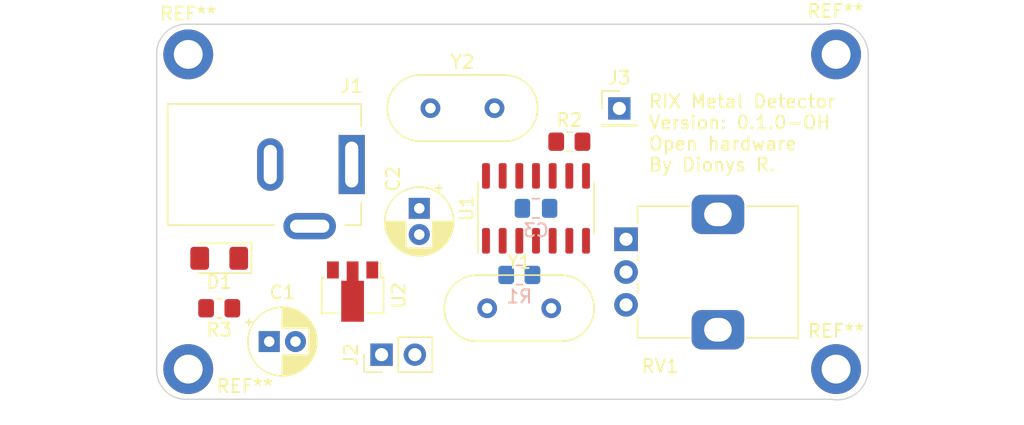
<source format=kicad_pcb>
(kicad_pcb (version 20211014) (generator pcbnew)
  (layers (0 "F.Cu" signal) (31 "B.Cu" signal) (34 "B.Paste" user) (35 "F.Paste" user) (36 "B.SilkS" user "B.Silkscreen") (37 "F.SilkS" user "F.Silkscreen") (38 "B.Mask" user) (39 "F.Mask" user) (44 "Edge.Cuts" user))
  (net 0 "")
  (net 1 "Net-(C1-Pad1)")
  (net 2 "GND")
  (net 3 "Net-(C2-Pad1)")
  (net 5 "Net-(D1-Pad2)")
  (net 6 "Net-(J2-Pad1)")
  (net 7 "Net-(R2-Pad1)")
  (net 8 "Net-(R1-Pad1)")
  (net 9 "Net-(R1-Pad2)")
  (net 10 "Net-(J2-Pad2)")
  (net 11 "Net-(J3-Pad1)")
  (net 12 "Net-(RV1-Pad1)")
  (net 13 "Net-(R2-Pad2)")
  (net 14 "IF")
  (net 15 "Net-(U1-Pad12)")
  (footprint "Resistor_SMD:R_0805_2012Metric_Pad1.20x1.40mm_HandSolder" (layer "F.Cu") (at 113.03 73.66)
    (fp_text reference "R2" (at 0 -1.65) (layer "F.SilkS"))
    (fp_text value "1K")
    (fp_line (start -0.227064 0.735) (end 0.227064 0.735) (layer "F.SilkS") (width 0.12))
    (fp_line (start -0.227064 -0.735) (end 0.227064 -0.735) (layer "F.SilkS") (width 0.12))
    (pad "1" smd roundrect (at -1 0) (size 1.2 1.4) (layers "F.Cu" "F.Paste" "F.Mask") (roundrect_rratio 0.208333) (net 7 "Net-(R2-Pad1)"))
    (pad "2" smd roundrect (at 1 0) (size 1.2 1.4) (layers "F.Cu" "F.Paste" "F.Mask") (roundrect_rratio 0.208333) (net 13 "Net-(R2-Pad2)"))
  )
  (footprint "Diode_SMD:D_1206_3216Metric_Pad1.42x1.75mm_HandSolder" (layer "F.Cu") (at 86.36 82.55 180)
    (fp_text reference "D1" (at 0 -1.82) (layer "F.SilkS"))
    (fp_text value "LED")
    (fp_line (start 1.6 -1.135) (end -2.46 -1.135) (layer "F.SilkS") (width 0.12))
    (fp_line (start -2.46 -1.135) (end -2.46 1.135) (layer "F.SilkS") (width 0.12))
    (fp_line (start -2.46 1.135) (end 1.6 1.135) (layer "F.SilkS") (width 0.12))
    (pad "1" smd roundrect (at -1.4875 0 180) (size 1.425 1.75) (layers "F.Cu" "F.Paste" "F.Mask") (roundrect_rratio 0.175439) (net 3 "Net-(C2-Pad1)"))
    (pad "2" smd roundrect (at 1.4875 0 180) (size 1.425 1.75) (layers "F.Cu" "F.Paste" "F.Mask") (roundrect_rratio 0.175439) (net 5 "Net-(D1-Pad2)"))
  )
  (footprint "Capacitor_THT:CP_Radial_D5.0mm_P2.00mm" (layer "F.Cu") (at 90.17 88.9)
    (fp_text reference "C1" (at 1 -3.75) (layer "F.SilkS"))
    (fp_text value "50v 10uF")
    (fp_line (start 2.881 -1.785) (end 2.881 -1.04) (layer "F.SilkS") (width 0.12))
    (fp_line (start -1.554775 -1.725) (end -1.554775 -1.225) (layer "F.SilkS") (width 0.12))
    (fp_line (start 2.281 1.04) (end 2.281 2.247) (layer "F.SilkS") (width 0.12))
    (fp_line (start 1.6 -2.511) (end 1.6 -1.04) (layer "F.SilkS") (width 0.12))
    (fp_line (start 2.481 -2.122) (end 2.481 -1.04) (layer "F.SilkS") (width 0.12))
    (fp_line (start 2.881 1.04) (end 2.881 1.785) (layer "F.SilkS") (width 0.12))
    (fp_line (start 3.041 -1.605) (end 3.041 1.605) (layer "F.SilkS") (width 0.12))
    (fp_line (start 2.321 -2.224) (end 2.321 -1.04) (layer "F.SilkS") (width 0.12))
    (fp_line (start 1.921 1.04) (end 1.921 2.414) (layer "F.SilkS") (width 0.12))
    (fp_line (start 1.841 -2.442) (end 1.841 -1.04) (layer "F.SilkS") (width 0.12))
    (fp_line (start 2.521 1.04) (end 2.521 2.095) (layer "F.SilkS") (width 0.12))
    (fp_line (start 3.001 -1.653) (end 3.001 -1.04) (layer "F.SilkS") (width 0.12))
    (fp_line (start 1.721 1.04) (end 1.721 2.48) (layer "F.SilkS") (width 0.12))
    (fp_line (start 1.44 -2.543) (end 1.44 -1.04) (layer "F.SilkS") (width 0.12))
    (fp_line (start 2.721 1.04) (end 2.721 1.937) (layer "F.SilkS") (width 0.12))
    (fp_line (start 1.4 1.04) (end 1.4 2.55) (layer "F.SilkS") (width 0.12))
    (fp_line (start 2.721 -1.937) (end 2.721 -1.04) (layer "F.SilkS") (width 0.12))
    (fp_line (start 1.24 -2.569) (end 1.24 -1.04) (layer "F.SilkS") (width 0.12))
    (fp_line (start 2.521 -2.095) (end 2.521 -1.04) (layer "F.SilkS") (width 0.12))
    (fp_line (start 3.481 -0.805) (end 3.481 0.805) (layer "F.SilkS") (width 0.12))
    (fp_line (start 2.001 1.04) (end 2.001 2.382) (layer "F.SilkS") (width 0.12))
    (fp_line (start 2.441 1.04) (end 2.441 2.149) (layer "F.SilkS") (width 0.12))
    (fp_line (start 2.441 -2.149) (end 2.441 -1.04) (layer "F.SilkS") (width 0.12))
    (fp_line (start 2.961 -1.699) (end 2.961 -1.04) (layer "F.SilkS") (width 0.12))
    (fp_line (start 2.801 -1.864) (end 2.801 -1.04) (layer "F.SilkS") (width 0.12))
    (fp_line (start 1.961 -2.398) (end 1.961 -1.04) (layer "F.SilkS") (width 0.12))
    (fp_line (start 2.641 1.04) (end 2.641 2.004) (layer "F.SilkS") (width 0.12))
    (fp_line (start 1.16 1.04) (end 1.16 2.576) (layer "F.SilkS") (width 0.12))
    (fp_line (start 3.521 -0.677) (end 3.521 0.677) (layer "F.SilkS") (width 0.12))
    (fp_line (start 2.961 1.04) (end 2.961 1.699) (layer "F.SilkS") (width 0.12))
    (fp_line (start 2.841 1.04) (end 2.841 1.826) (layer "F.SilkS") (width 0.12))
    (fp_line (start 2.121 1.04) (end 2.121 2.329) (layer "F.SilkS") (width 0.12))
    (fp_line (start 3.401 -1.011) (end 3.401 1.011) (layer "F.SilkS") (width 0.12))
    (fp_line (start 1.801 1.04) (end 1.801 2.455) (layer "F.SilkS") (width 0.12))
    (fp_line (start 1.12 -2.578) (end 1.12 -1.04) (layer "F.SilkS") (width 0.12))
    (fp_line (start 1.52 1.04) (end 1.52 2.528) (layer "F.SilkS") (width 0.12))
    (fp_line (start 3.001 1.04) (end 3.001 1.653) (layer "F.SilkS") (width 0.12))
    (fp_line (start 3.321 -1.178) (end 3.321 1.178) (layer "F.SilkS") (width 0.12))
    (fp_line (start 1.721 -2.48) (end 1.721 -1.04) (layer "F.SilkS") (width 0.12))
    (fp_line (start 1.48 -2.536) (end 1.48 -1.04) (layer "F.SilkS") (width 0.12))
    (fp_line (start 2.481 1.04) (end 2.481 2.122) (layer "F.SilkS") (width 0.12))
    (fp_line (start 3.201 -1.383) (end 3.201 1.383) (layer "F.SilkS") (width 0.12))
    (fp_line (start 2.361 -2.2) (end 2.361 -1.04) (layer "F.SilkS") (width 0.12))
    (fp_line (start 1.04 -2.58) (end 1.04 -1.04) (layer "F.SilkS") (width 0.12))
    (fp_line (start 1.68 1.04) (end 1.68 2.491) (layer "F.SilkS") (width 0.12))
    (fp_line (start 3.161 -1.443) (end 3.161 1.443) (layer "F.SilkS") (width 0.12))
    (fp_line (start 1.36 1.04) (end 1.36 2.556) (layer "F.SilkS") (width 0.12))
    (fp_line (start 1.12 1.04) (end 1.12 2.578) (layer "F.SilkS") (width 0.12))
    (fp_line (start 2.601 -2.035) (end 2.601 -1.04) (layer "F.SilkS") (width 0.12))
    (fp_line (start 2.041 -2.365) (end 2.041 -1.04) (layer "F.SilkS") (width 0.12))
    (fp_line (start 2.121 -2.329) (end 2.121 -1.04) (layer "F.SilkS") (width 0.12))
    (fp_line (start 2.401 1.04) (end 2.401 2.175) (layer "F.SilkS") (width 0.12))
    (fp_line (start 1.2 -2.573) (end 1.2 -1.04) (layer "F.SilkS") (width 0.12))
    (fp_line (start 2.841 -1.826) (end 2.841 -1.04) (layer "F.SilkS") (width 0.12))
    (fp_line (start 1.761 1.04) (end 1.761 2.468) (layer "F.SilkS") (width 0.12))
    (fp_line (start 2.601 1.04) (end 2.601 2.035) (layer "F.SilkS") (width 0.12))
    (fp_line (start 3.601 -0.284) (end 3.601 0.284) (layer "F.SilkS") (width 0.12))
    (fp_line (start 1.68 -2.491) (end 1.68 -1.04) (layer "F.SilkS") (width 0.12))
    (fp_line (start 1.08 1.04) (end 1.08 2.579) (layer "F.SilkS") (width 0.12))
    (fp_line (start 1.881 1.04) (end 1.881 2.428) (layer "F.SilkS") (width 0.12))
    (fp_line (start 3.081 -1.554) (end 3.081 1.554) (layer "F.SilkS") (width 0.12))
    (fp_line (start 1.4 -2.55) (end 1.4 -1.04) (layer "F.SilkS") (width 0.12))
    (fp_line (start 1.32 1.04) (end 1.32 2.561) (layer "F.SilkS") (width 0.12))
    (fp_line (start 1.801 -2.455) (end 1.801 -1.04) (layer "F.SilkS") (width 0.12))
    (fp_line (start 2.921 1.04) (end 2.921 1.743) (layer "F.SilkS") (width 0.12))
    (fp_line (start 1.56 -2.52) (end 1.56 -1.04) (layer "F.SilkS") (width 0.12))
    (fp_line (start 1.64 1.04) (end 1.64 2.501) (layer "F.SilkS") (width 0.12))
    (fp_line (start 2.641 -2.004) (end 2.641 -1.04) (layer "F.SilkS") (width 0.12))
    (fp_line (start 3.121 -1.5) (end 3.121 1.5) (layer "F.SilkS") (width 0.12))
    (fp_line (start 1.16 -2.576) (end 1.16 -1.04) (layer "F.SilkS") (width 0.12))
    (fp_line (start 2.041 1.04) (end 2.041 2.365) (layer "F.SilkS") (width 0.12))
    (fp_line (start 2.201 -2.29) (end 2.201 -1.04) (layer "F.SilkS") (width 0.12))
    (fp_line (start 1.56 1.04) (end 1.56 2.52) (layer "F.SilkS") (width 0.12))
    (fp_line (start 2.281 -2.247) (end 2.281 -1.04) (layer "F.SilkS") (width 0.12))
    (fp_line (start 1.28 -2.565) (end 1.28 -1.04) (layer "F.SilkS") (width 0.12))
    (fp_line (start 1.961 1.04) (end 1.961 2.398) (layer "F.SilkS") (width 0.12))
    (fp_line (start 1.48 1.04) (end 1.48 2.536) (layer "F.SilkS") (width 0.12))
    (fp_line (start 2.241 1.04) (end 2.241 2.268) (layer "F.SilkS") (width 0.12))
    (fp_line (start 2.361 1.04) (end 2.361 2.2) (layer "F.SilkS") (width 0.12))
    (fp_line (start 1.921 -2.414) (end 1.921 -1.04) (layer "F.SilkS") (width 0.12))
    (fp_line (start 1 -2.58) (end 1 -1.04) (layer "F.SilkS") (width 0.12))
    (fp_line (start 3.561 -0.518) (end 3.561 0.518) (layer "F.SilkS") (width 0.12))
    (fp_line (start 3.241 -1.319) (end 3.241 1.319) (layer "F.SilkS") (width 0.12))
    (fp_line (start 2.161 1.04) (end 2.161 2.31) (layer "F.SilkS") (width 0.12))
    (fp_line (start 2.161 -2.31) (end 2.161 -1.04) (layer "F.SilkS") (width 0.12))
    (fp_line (start 1.32 -2.561) (end 1.32 -1.04) (layer "F.SilkS") (width 0.12))
    (fp_line (start 2.561 1.04) (end 2.561 2.065) (layer "F.SilkS") (width 0.12))
    (fp_line (start 2.401 -2.175) (end 2.401 -1.04) (layer "F.SilkS") (width 0.12))
    (fp_line (start 3.361 -1.098) (end 3.361 1.098) (layer "F.SilkS") (width 0.12))
    (fp_line (start 2.241 -2.268) (end 2.241 -1.04) (layer "F.SilkS") (width 0.12))
    (fp_line (start 2.081 1.04) (end 2.081 2.348) (layer "F.SilkS") (width 0.12))
    (fp_line (start 2.801 1.04) (end 2.801 1.864) (layer "F.SilkS") (width 0.12))
    (fp_line (start 2.921 -1.743) (end 2.921 -1.04) (layer "F.SilkS") (width 0.12))
    (fp_line (start 2.201 1.04) (end 2.201 2.29) (layer "F.SilkS") (width 0.12))
    (fp_line (start 3.441 -0.915) (end 3.441 0.915) (layer "F.SilkS") (width 0.12))
    (fp_line (start 2.321 1.04) (end 2.321 2.224) (layer "F.SilkS") (width 0.12))
    (fp_line (start 1.6 1.04) (end 1.6 2.511) (layer "F.SilkS") (width 0.12))
    (fp_line (start 1.28 1.04) (end 1.28 2.565) (layer "F.SilkS") (width 0.12))
    (fp_line (start 3.281 -1.251) (end 3.281 1.251) (layer "F.SilkS") (width 0.12))
    (fp_line (start 2.561 -2.065) (end 2.561 -1.04) (layer "F.SilkS") (width 0.12))
    (fp_line (start 1.44 1.04) (end 1.44 2.543) (layer "F.SilkS") (width 0.12))
    (fp_line (start 2.681 1.04) (end 2.681 1.971) (layer "F.SilkS") (width 0.12))
    (fp_line (start 1.841 1.04) (end 1.841 2.442) (layer "F.SilkS") (width 0.12))
    (fp_line (start 1.52 -2.528) (end 1.52 -1.04) (layer "F.SilkS") (width 0.12))
    (fp_line (start 1.24 1.04) (end 1.24 2.569) (layer "F.SilkS") (width 0.12))
    (fp_line (start 1.761 -2.468) (end 1.761 -1.04) (layer "F.SilkS") (width 0.12))
    (fp_line (start 1.2 1.04) (end 1.2 2.573) (layer "F.SilkS") (width 0.12))
    (fp_line (start 2.761 1.04) (end 2.761 1.901) (layer "F.SilkS") (width 0.12))
    (fp_line (start -1.804775 -1.475) (end -1.304775 -1.475) (layer "F.SilkS") (width 0.12))
    (fp_line (start 2.761 -1.901) (end 2.761 -1.04) (layer "F.SilkS") (width 0.12))
    (fp_line (start 1 1.04) (end 1 2.58) (layer "F.SilkS") (width 0.12))
    (fp_line (start 1.36 -2.556) (end 1.36 -1.04) (layer "F.SilkS") (width 0.12))
    (fp_line (start 1.881 -2.428) (end 1.881 -1.04) (layer "F.SilkS") (width 0.12))
    (fp_line (start 1.64 -2.501) (end 1.64 -1.04) (layer "F.SilkS") (width 0.12))
    (fp_line (start 2.081 -2.348) (end 2.081 -1.04) (layer "F.SilkS") (width 0.12))
    (fp_line (start 1.08 -2.579) (end 1.08 -1.04) (layer "F.SilkS") (width 0.12))
    (fp_line (start 2.681 -1.971) (end 2.681 -1.04) (layer "F.SilkS") (width 0.12))
    (fp_line (start 2.001 -2.382) (end 2.001 -1.04) (layer "F.SilkS") (width 0.12))
    (fp_line (start 1.04 1.04) (end 1.04 2.58) (layer "F.SilkS") (width 0.12))
    (fp_circle (center 1 0) (end 3.62 0) (layer "F.SilkS") (width 0.12) (fill none))
    (pad "1" thru_hole rect (at 0 0) (size 1.6 1.6) (drill 0.8) (layers *.Cu *.Mask) (net 1 "Net-(C1-Pad1)"))
    (pad "2" thru_hole circle (at 2 0) (size 1.6 1.6) (drill 0.8) (layers *.Cu *.Mask) (net 2 "GND"))
  )
  (footprint "MountingHole:MountingHole_2.2mm_M2_DIN965_Pad" (layer "F.Cu") (at 133.35 91)
    (fp_text reference "REF**" (at 0 -2.9) (layer "F.SilkS"))
    (fp_text value "MountingHole_2.2mm_M2_DIN965_Pad")
    (pad "1" thru_hole circle (at 0 0) (size 3.8 3.8) (drill 2.2) (layers F&B.Cu *.Mask))
  )
  (footprint "Potentiometer_THT:Potentiometer_Alps_RK09K_Single_Vertical" (layer "F.Cu") (at 117.35 81.1)
    (fp_text reference "RV1" (at 2.59 9.68) (layer "F.SilkS"))
    (fp_text value "10K")
    (fp_line (start 0.88 -2.521) (end 0.88 -1.2) (layer "F.SilkS") (width 0.12))
    (fp_line (start 0.88 7.52) (end 4.817 7.52) (layer "F.SilkS") (width 0.12))
    (fp_line (start 13.12 -2.521) (end 13.12 7.52) (layer "F.SilkS") (width 0.12))
    (fp_line (start 0.88 -2.521) (end 4.817 -2.521) (layer "F.SilkS") (width 0.12))
    (fp_line (start 0.88 5.87) (end 0.88 7.52) (layer "F.SilkS") (width 0.12))
    (fp_line (start 0.88 3.371) (end 0.88 4.13) (layer "F.SilkS") (width 0.12))
    (fp_line (start 9.184 -2.521) (end 13.12 -2.521) (layer "F.SilkS") (width 0.12))
    (fp_line (start 0.88 1.25) (end 0.88 1.63) (layer "F.SilkS") (width 0.12))
    (fp_line (start 9.184 7.52) (end 13.12 7.52) (layer "F.SilkS") (width 0.12))
    (pad "1" thru_hole rect (at 0 0) (size 1.8 1.8) (drill 1) (layers *.Cu *.Mask) (net 12 "Net-(RV1-Pad1)"))
    (pad "2" thru_hole circle (at 0 2.5) (size 1.8 1.8) (drill 1) (layers *.Cu *.Mask) (net 9 "Net-(R1-Pad2)"))
    (pad "3" thru_hole circle (at 0 5) (size 1.8 1.8) (drill 1) (layers *.Cu *.Mask) (net 9 "Net-(R1-Pad2)"))
    (pad "MP" thru_hole roundrect (at 7 6.9) (size 4 3) (drill oval 2.1 1.8) (layers *.Cu *.Mask))
    (pad "MP" thru_hole roundrect (at 7 -1.9) (size 4 3) (drill oval 2.1 1.8) (layers *.Cu *.Mask))
  )
  (footprint "Package_SO:SOIC-14_3.9x8.7mm_P1.27mm" (layer "F.Cu") (at 110.49 78.74 90)
    (fp_text reference "U1" (at 0 -5.28 90) (layer "F.SilkS"))
    (fp_text value "74LS04")
    (fp_line (start 0 4.435) (end -1.95 4.435) (layer "F.SilkS") (width 0.12))
    (fp_line (start 0 4.435) (end 1.95 4.435) (layer "F.SilkS") (width 0.12))
    (fp_line (start 0 -4.435) (end -3.45 -4.435) (layer "F.SilkS") (width 0.12))
    (fp_line (start 0 -4.435) (end 1.95 -4.435) (layer "F.SilkS") (width 0.12))
    (pad "1" smd roundrect (at -2.475 -3.81 90) (size 1.95 0.6) (layers "F.Cu" "F.Paste" "F.Mask") (net 8 "Net-(R1-Pad1)"))
    (pad "2" smd roundrect (at -2.475 -2.54 90) (size 1.95 0.6) (layers "F.Cu" "F.Paste" "F.Mask") (net 6 "Net-(J2-Pad1)"))
    (pad "3" smd roundrect (at -2.475 -1.27 90) (size 1.95 0.6) (layers "F.Cu" "F.Paste" "F.Mask") (net 10 "Net-(J2-Pad2)"))
    (pad "4" smd roundrect (at -2.475 0 90) (size 1.95 0.6) (layers "F.Cu" "F.Paste" "F.Mask") (net 14 "IF"))
    (pad "5" smd roundrect (at -2.475 1.27 90) (size 1.95 0.6) (layers "F.Cu" "F.Paste" "F.Mask") (net 14 "IF"))
    (pad "6" smd roundrect (at -2.475 2.54 90) (size 1.95 0.6) (layers "F.Cu" "F.Paste" "F.Mask") (net 12 "Net-(RV1-Pad1)"))
    (pad "7" smd roundrect (at -2.475 3.81 90) (size 1.95 0.6) (layers "F.Cu" "F.Paste" "F.Mask") (net 2 "GND"))
    (pad "8" smd roundrect (at 2.475 3.81 90) (size 1.95 0.6) (layers "F.Cu" "F.Paste" "F.Mask") (net 11 "Net-(J3-Pad1)"))
    (pad "9" smd roundrect (at 2.475 2.54 90) (size 1.95 0.6) (layers "F.Cu" "F.Paste" "F.Mask") (net 13 "Net-(R2-Pad2)"))
    (pad "10" smd roundrect (at 2.475 1.27 90) (size 1.95 0.6) (layers "F.Cu" "F.Paste" "F.Mask") (net 13 "Net-(R2-Pad2)"))
    (pad "11" smd roundrect (at 2.475 0 90) (size 1.95 0.6) (layers "F.Cu" "F.Paste" "F.Mask") (net 7 "Net-(R2-Pad1)"))
    (pad "12" smd roundrect (at 2.475 -1.27 90) (size 1.95 0.6) (layers "F.Cu" "F.Paste" "F.Mask") (net 15 "Net-(U1-Pad12)"))
    (pad "13" smd roundrect (at 2.475 -2.54 90) (size 1.95 0.6) (layers "F.Cu" "F.Paste" "F.Mask") (net 14 "IF"))
    (pad "14" smd roundrect (at 2.475 -3.81 90) (size 1.95 0.6) (layers "F.Cu" "F.Paste" "F.Mask") (net 3 "Net-(C2-Pad1)"))
  )
  (footprint "Package_TO_SOT_SMD:SOT-89-3" (layer "F.Cu") (at 96.52 85.09 -90)
    (fp_text reference "U2" (at 0.3 -3.5 90) (layer "F.SilkS"))
    (fp_text value "L78L05_SOT89")
    (fp_line (start -1.06 2.36) (end -1.06 2.13) (layer "F.SilkS") (width 0.12))
    (fp_line (start -2.2 -2.13) (end -1.06 -2.13) (layer "F.SilkS") (width 0.12))
    (fp_line (start 1.66 1.05) (end 1.66 2.36) (layer "F.SilkS") (width 0.12))
    (fp_line (start 1.66 -2.36) (end 1.66 -1.05) (layer "F.SilkS") (width 0.12))
    (fp_line (start 1.66 2.36) (end -1.06 2.36) (layer "F.SilkS") (width 0.12))
    (fp_line (start -1.06 -2.36) (end -1.06 -2.13) (layer "F.SilkS") (width 0.12))
    (fp_line (start -1.06 -2.36) (end 1.66 -2.36) (layer "F.SilkS") (width 0.12))
    (pad "1" smd rect (at -1.65 -1.5 270) (size 1.3 0.9) (layers "F.Cu" "F.Paste" "F.Mask") (net 3 "Net-(C2-Pad1)"))
    (pad "2" smd custom (at -1.5625 0 270) (size 1.475 0.9) (layers "F.Cu" "F.Paste" "F.Mask") (net 2 "GND") (options (clearance outline) (anchor rect)) (primitives (gr_poly (pts (xy 3.8625 0.8665) (xy 0.7375 0.8665) (xy 0.7375 -0.8665) (xy 3.8625 -0.8665)) (width 0) (fill yes))))
    (pad "3" smd rect (at -1.65 1.5 270) (size 1.3 0.9) (layers "F.Cu" "F.Paste" "F.Mask") (net 1 "Net-(C1-Pad1)"))
  )
  (footprint "MountingHole:MountingHole_2.2mm_M2_DIN965_Pad" (layer "F.Cu") (at 84 67)
    (fp_text reference "REF**" (at 0 -3.1) (layer "F.SilkS"))
    (fp_text value "MountingHole_2.2mm_M2_DIN965_Pad")
    (pad "1" thru_hole circle (at 0 0) (size 3.8 3.8) (drill 2.2) (layers *.Cu *.Mask))
  )
  (footprint "Connector_PinHeader_2.54mm:PinHeader_1x01_P2.54mm_Vertical" (layer "F.Cu") (at 116.84 71.12)
    (fp_text reference "J3" (at 0 -2.33) (layer "F.SilkS"))
    (fp_text value "External antenna")
    (fp_line (start 1.33 1.27) (end 1.33 1.33) (layer "F.SilkS") (width 0.12))
    (fp_line (start -1.33 -1.33) (end 0 -1.33) (layer "F.SilkS") (width 0.12))
    (fp_line (start -1.33 1.27) (end -1.33 1.33) (layer "F.SilkS") (width 0.12))
    (fp_line (start -1.33 1.27) (end 1.33 1.27) (layer "F.SilkS") (width 0.12))
    (fp_line (start -1.33 0) (end -1.33 -1.33) (layer "F.SilkS") (width 0.12))
    (fp_line (start -1.33 1.33) (end 1.33 1.33) (layer "F.SilkS") (width 0.12))
    (pad "1" thru_hole rect (at 0 0) (size 1.7 1.7) (drill 1) (layers *.Cu *.Mask) (net 11 "Net-(J3-Pad1)"))
  )
  (footprint "Capacitor_THT:CP_Radial_D5.0mm_P2.00mm" (layer "F.Cu") (at 101.6 78.74 -90)
    (fp_text reference "C2" (at -2.24 2 -90) (layer "F.SilkS"))
    (fp_text value "50v 1uF")
    (fp_line (start 2.721 1.04) (end 2.721 1.937) (layer "F.SilkS") (width 0.12))
    (fp_line (start 3.281 -1.251) (end 3.281 1.251) (layer "F.SilkS") (width 0.12))
    (fp_line (start 2.761 -1.901) (end 2.761 -1.04) (layer "F.SilkS") (width 0.12))
    (fp_line (start 2.321 1.04) (end 2.321 2.224) (layer "F.SilkS") (width 0.12))
    (fp_line (start 3.001 -1.653) (end 3.001 -1.04) (layer "F.SilkS") (width 0.12))
    (fp_line (start 1.801 -2.455) (end 1.801 -1.04) (layer "F.SilkS") (width 0.12))
    (fp_line (start 2.321 -2.224) (end 2.321 -1.04) (layer "F.SilkS") (width 0.12))
    (fp_line (start 2.201 1.04) (end 2.201 2.29) (layer "F.SilkS") (width 0.12))
    (fp_line (start 1.32 1.04) (end 1.32 2.561) (layer "F.SilkS") (width 0.12))
    (fp_line (start 1.881 -2.428) (end 1.881 -1.04) (layer "F.SilkS") (width 0.12))
    (fp_line (start 1 1.04) (end 1 2.58) (layer "F.SilkS") (width 0.12))
    (fp_line (start 1.12 -2.578) (end 1.12 -1.04) (layer "F.SilkS") (width 0.12))
    (fp_line (start 2.761 1.04) (end 2.761 1.901) (layer "F.SilkS") (width 0.12))
    (fp_line (start 1.6 -2.511) (end 1.6 -1.04) (layer "F.SilkS") (width 0.12))
    (fp_line (start 2.441 1.04) (end 2.441 2.149) (layer "F.SilkS") (width 0.12))
    (fp_line (start 2.161 -2.31) (end 2.161 -1.04) (layer "F.SilkS") (width 0.12))
    (fp_line (start -1.554775 -1.725) (end -1.554775 -1.225) (layer "F.SilkS") (width 0.12))
    (fp_line (start -1.804775 -1.475) (end -1.304775 -1.475) (layer "F.SilkS") (width 0.12))
    (fp_line (start 1.24 -2.569) (end 1.24 -1.04) (layer "F.SilkS") (width 0.12))
    (fp_line (start 1.881 1.04) (end 1.881 2.428) (layer "F.SilkS") (width 0.12))
    (fp_line (start 1.08 -2.579) (end 1.08 -1.04) (layer "F.SilkS") (width 0.12))
    (fp_line (start 1.56 -2.52) (end 1.56 -1.04) (layer "F.SilkS") (width 0.12))
    (fp_line (start 2.041 -2.365) (end 2.041 -1.04) (layer "F.SilkS") (width 0.12))
    (fp_line (start 1.6 1.04) (end 1.6 2.511) (layer "F.SilkS") (width 0.12))
    (fp_line (start 2.401 -2.175) (end 2.401 -1.04) (layer "F.SilkS") (width 0.12))
    (fp_line (start 1.44 1.04) (end 1.44 2.543) (layer "F.SilkS") (width 0.12))
    (fp_line (start 1.801 1.04) (end 1.801 2.455) (layer "F.SilkS") (width 0.12))
    (fp_line (start 1.12 1.04) (end 1.12 2.578) (layer "F.SilkS") (width 0.12))
    (fp_line (start 2.641 1.04) (end 2.641 2.004) (layer "F.SilkS") (width 0.12))
    (fp_line (start 1.36 1.04) (end 1.36 2.556) (layer "F.SilkS") (width 0.12))
    (fp_line (start 1.16 1.04) (end 1.16 2.576) (layer "F.SilkS") (width 0.12))
    (fp_line (start 3.481 -0.805) (end 3.481 0.805) (layer "F.SilkS") (width 0.12))
    (fp_line (start 3.041 -1.605) (end 3.041 1.605) (layer "F.SilkS") (width 0.12))
    (fp_line (start 2.961 -1.699) (end 2.961 -1.04) (layer "F.SilkS") (width 0.12))
    (fp_line (start 1.721 1.04) (end 1.721 2.48) (layer "F.SilkS") (width 0.12))
    (fp_line (start 1.52 1.04) (end 1.52 2.528) (layer "F.SilkS") (width 0.12))
    (fp_line (start 3.241 -1.319) (end 3.241 1.319) (layer "F.SilkS") (width 0.12))
    (fp_line (start 2.121 1.04) (end 2.121 2.329) (layer "F.SilkS") (width 0.12))
    (fp_line (start 2.241 1.04) (end 2.241 2.268) (layer "F.SilkS") (width 0.12))
    (fp_line (start 2.001 1.04) (end 2.001 2.382) (layer "F.SilkS") (width 0.12))
    (fp_line (start 2.441 -2.149) (end 2.441 -1.04) (layer "F.SilkS") (width 0.12))
    (fp_line (start 2.361 1.04) (end 2.361 2.2) (layer "F.SilkS") (width 0.12))
    (fp_line (start 2.521 -2.095) (end 2.521 -1.04) (layer "F.SilkS") (width 0.12))
    (fp_line (start 1.08 1.04) (end 1.08 2.579) (layer "F.SilkS") (width 0.12))
    (fp_line (start 3.441 -0.915) (end 3.441 0.915) (layer "F.SilkS") (width 0.12))
    (fp_line (start 1.4 1.04) (end 1.4 2.55) (layer "F.SilkS") (width 0.12))
    (fp_line (start 2.681 -1.971) (end 2.681 -1.04) (layer "F.SilkS") (width 0.12))
    (fp_line (start 1.64 -2.501) (end 1.64 -1.04) (layer "F.SilkS") (width 0.12))
    (fp_line (start 1.28 -2.565) (end 1.28 -1.04) (layer "F.SilkS") (width 0.12))
    (fp_line (start 2.641 -2.004) (end 2.641 -1.04) (layer "F.SilkS") (width 0.12))
    (fp_line (start 2.841 -1.826) (end 2.841 -1.04) (layer "F.SilkS") (width 0.12))
    (fp_line (start 2.201 -2.29) (end 2.201 -1.04) (layer "F.SilkS") (width 0.12))
    (fp_line (start 1.921 1.04) (end 1.921 2.414) (layer "F.SilkS") (width 0.12))
    (fp_line (start 1.48 1.04) (end 1.48 2.536) (layer "F.SilkS") (width 0.12))
    (fp_line (start 2.161 1.04) (end 2.161 2.31) (layer "F.SilkS") (width 0.12))
    (fp_line (start 2.681 1.04) (end 2.681 1.971) (layer "F.SilkS") (width 0.12))
    (fp_line (start 1.36 -2.556) (end 1.36 -1.04) (layer "F.SilkS") (width 0.12))
    (fp_line (start 1.68 1.04) (end 1.68 2.491) (layer "F.SilkS") (width 0.12))
    (fp_line (start 1.48 -2.536) (end 1.48 -1.04) (layer "F.SilkS") (width 0.12))
    (fp_line (start 2.921 -1.743) (end 2.921 -1.04) (layer "F.SilkS") (width 0.12))
    (fp_line (start 1.44 -2.543) (end 1.44 -1.04) (layer "F.SilkS") (width 0.12))
    (fp_line (start 2.001 -2.382) (end 2.001 -1.04) (layer "F.SilkS") (width 0.12))
    (fp_line (start 3.121 -1.5) (end 3.121 1.5) (layer "F.SilkS") (width 0.12))
    (fp_line (start 2.801 1.04) (end 2.801 1.864) (layer "F.SilkS") (width 0.12))
    (fp_line (start 2.041 1.04) (end 2.041 2.365) (layer "F.SilkS") (width 0.12))
    (fp_line (start 3.321 -1.178) (end 3.321 1.178) (layer "F.SilkS") (width 0.12))
    (fp_line (start 1.52 -2.528) (end 1.52 -1.04) (layer "F.SilkS") (width 0.12))
    (fp_line (start 1.68 -2.491) (end 1.68 -1.04) (layer "F.SilkS") (width 0.12))
    (fp_line (start 1.4 -2.55) (end 1.4 -1.04) (layer "F.SilkS") (width 0.12))
    (fp_line (start 2.081 -2.348) (end 2.081 -1.04) (layer "F.SilkS") (width 0.12))
    (fp_line (start 1.04 1.04) (end 1.04 2.58) (layer "F.SilkS") (width 0.12))
    (fp_line (start 2.601 1.04) (end 2.601 2.035) (layer "F.SilkS") (width 0.12))
    (fp_line (start 3.521 -0.677) (end 3.521 0.677) (layer "F.SilkS") (width 0.12))
    (fp_line (start 1.64 1.04) (end 1.64 2.501) (layer "F.SilkS") (width 0.12))
    (fp_line (start 2.401 1.04) (end 2.401 2.175) (layer "F.SilkS") (width 0.12))
    (fp_line (start 2.961 1.04) (end 2.961 1.699) (layer "F.SilkS") (width 0.12))
    (fp_line (start 1.16 -2.576) (end 1.16 -1.04) (layer "F.SilkS") (width 0.12))
    (fp_line (start 1.04 -2.58) (end 1.04 -1.04) (layer "F.SilkS") (width 0.12))
    (fp_line (start 2.521 1.04) (end 2.521 2.095) (layer "F.SilkS") (width 0.12))
    (fp_line (start 2.281 -2.247) (end 2.281 -1.04) (layer "F.SilkS") (width 0.12))
    (fp_line (start 2.281 1.04) (end 2.281 2.247) (layer "F.SilkS") (width 0.12))
    (fp_line (start 1.24 1.04) (end 1.24 2.569) (layer "F.SilkS") (width 0.12))
    (fp_line (start 2.881 1.04) (end 2.881 1.785) (layer "F.SilkS") (width 0.12))
    (fp_line (start 3.081 -1.554) (end 3.081 1.554) (layer "F.SilkS") (width 0.12))
    (fp_line (start 3.401 -1.011) (end 3.401 1.011) (layer "F.SilkS") (width 0.12))
    (fp_line (start 2.561 1.04) (end 2.561 2.065) (layer "F.SilkS") (width 0.12))
    (fp_line (start 3.161 -1.443) (end 3.161 1.443) (layer "F.SilkS") (width 0.12))
    (fp_line (start 2.801 -1.864) (end 2.801 -1.04) (layer "F.SilkS") (width 0.12))
    (fp_line (start 2.361 -2.2) (end 2.361 -1.04) (layer "F.SilkS") (width 0.12))
    (fp_line (start 1.921 -2.414) (end 1.921 -1.04) (layer "F.SilkS") (width 0.12))
    (fp_line (start 2.481 1.04) (end 2.481 2.122) (layer "F.SilkS") (width 0.12))
    (fp_line (start 3.361 -1.098) (end 3.361 1.098) (layer "F.SilkS") (width 0.12))
    (fp_line (start 2.841 1.04) (end 2.841 1.826) (layer "F.SilkS") (width 0.12))
    (fp_line (start 1.961 1.04) (end 1.961 2.398) (layer "F.SilkS") (width 0.12))
    (fp_line (start 2.561 -2.065) (end 2.561 -1.04) (layer "F.SilkS") (width 0.12))
    (fp_line (start 1.2 1.04) (end 1.2 2.573) (layer "F.SilkS") (width 0.12))
    (fp_line (start 1.841 1.04) (end 1.841 2.442) (layer "F.SilkS") (width 0.12))
    (fp_line (start 2.601 -2.035) (end 2.601 -1.04) (layer "F.SilkS") (width 0.12))
    (fp_line (start 1 -2.58) (end 1 -1.04) (layer "F.SilkS") (width 0.12))
    (fp_line (start 2.881 -1.785) (end 2.881 -1.04) (layer "F.SilkS") (width 0.12))
    (fp_line (start 2.921 1.04) (end 2.921 1.743) (layer "F.SilkS") (width 0.12))
    (fp_line (start 1.2 -2.573) (end 1.2 -1.04) (layer "F.SilkS") (width 0.12))
    (fp_line (start 2.121 -2.329) (end 2.121 -1.04) (layer "F.SilkS") (width 0.12))
    (fp_line (start 2.481 -2.122) (end 2.481 -1.04) (layer "F.SilkS") (width 0.12))
    (fp_line (start 2.081 1.04) (end 2.081 2.348) (layer "F.SilkS") (width 0.12))
    (fp_line (start 3.001 1.04) (end 3.001 1.653) (layer "F.SilkS") (width 0.12))
    (fp_line (start 1.56 1.04) (end 1.56 2.52) (layer "F.SilkS") (width 0.12))
    (fp_line (start 1.721 -2.48) (end 1.721 -1.04) (layer "F.SilkS") (width 0.12))
    (fp_line (start 2.241 -2.268) (end 2.241 -1.04) (layer "F.SilkS") (width 0.12))
    (fp_line (start 1.961 -2.398) (end 1.961 -1.04) (layer "F.SilkS") (width 0.12))
    (fp_line (start 1.28 1.04) (end 1.28 2.565) (layer "F.SilkS") (width 0.12))
    (fp_line (start 1.761 -2.468) (end 1.761 -1.04) (layer "F.SilkS") (width 0.12))
    (fp_line (start 3.601 -0.284) (end 3.601 0.284) (layer "F.SilkS") (width 0.12))
    (fp_line (start 1.32 -2.561) (end 1.32 -1.04) (layer "F.SilkS") (width 0.12))
    (fp_line (start 1.761 1.04) (end 1.761 2.468) (layer "F.SilkS") (width 0.12))
    (fp_line (start 3.201 -1.383) (end 3.201 1.383) (layer "F.SilkS") (width 0.12))
    (fp_line (start 2.721 -1.937) (end 2.721 -1.04) (layer "F.SilkS") (width 0.12))
    (fp_line (start 1.841 -2.442) (end 1.841 -1.04) (layer "F.SilkS") (width 0.12))
    (fp_line (start 3.561 -0.518) (end 3.561 0.518) (layer "F.SilkS") (width 0.12))
    (fp_circle (center 1 0) (end 3.62 0) (layer "F.SilkS") (width 0.12) (fill none))
    (pad "1" thru_hole rect (at 0 0 270) (size 1.6 1.6) (drill 0.8) (layers *.Cu *.Mask) (net 3 "Net-(C2-Pad1)"))
    (pad "2" thru_hole circle (at 2 0 270) (size 1.6 1.6) (drill 0.8) (layers *.Cu *.Mask) (net 2 "GND"))
  )
  (footprint "MountingHole:MountingHole_2.2mm_M2_DIN965_Pad" (layer "F.Cu") (at 84 91)
    (fp_text reference "REF**" (at 4.3 1.3) (layer "F.SilkS"))
    (fp_text value "MountingHole_2.2mm_M2_DIN965_Pad")
    (pad "1" thru_hole circle (at 0 0) (size 3.8 3.8) (drill 2.2) (layers *.Cu *.Mask))
  )
  (footprint "Crystal:Crystal_HC49-4H_Vertical" (layer "F.Cu") (at 102.45 71.1)
    (fp_text reference "Y2" (at 2.44 -3.525) (layer "F.SilkS"))
    (fp_text value "8.0 Mhz Crystal")
    (fp_line (start -0.76 -2.525) (end 5.64 -2.525) (layer "F.SilkS") (width 0.12))
    (fp_line (start -0.76 2.525) (end 5.64 2.525) (layer "F.SilkS") (width 0.12))
    (fp_arc (start 5.64 -2.525) (mid 8.165 0) (end 5.64 2.525) (layer "F.SilkS") (width 0.12))
    (fp_arc (start -0.76 2.525) (mid -3.285 0) (end -0.76 -2.525) (layer "F.SilkS") (width 0.12))
    (pad "1" thru_hole circle (at 0 0) (size 1.5 1.5) (drill 0.8) (layers *.Cu *.Mask) (net 15 "Net-(U1-Pad12)"))
    (pad "2" thru_hole circle (at 4.88 0) (size 1.5 1.5) (drill 0.8) (layers *.Cu *.Mask) (net 7 "Net-(R2-Pad1)"))
  )
  (footprint "Connector_PinHeader_2.54mm:PinHeader_1x02_P2.54mm_Vertical" (layer "F.Cu") (at 98.725 89.9 90)
    (fp_text reference "J2" (at 0 -2.33 90) (layer "F.SilkS"))
    (fp_text value "Detection coil")
    (fp_line (start 1.33 1.27) (end 1.33 3.87) (layer "F.SilkS") (width 0.12))
    (fp_line (start -1.33 1.27) (end 1.33 1.27) (layer "F.SilkS") (width 0.12))
    (fp_line (start -1.33 3.87) (end 1.33 3.87) (layer "F.SilkS") (width 0.12))
    (fp_line (start -1.33 1.27) (end -1.33 3.87) (layer "F.SilkS") (width 0.12))
    (fp_line (start -1.33 0) (end -1.33 -1.33) (layer "F.SilkS") (width 0.12))
    (fp_line (start -1.33 -1.33) (end 0 -1.33) (layer "F.SilkS") (width 0.12))
    (pad "1" thru_hole rect (at 0 0 90) (size 1.7 1.7) (drill 1) (layers *.Cu *.Mask) (net 6 "Net-(J2-Pad1)"))
    (pad "2" thru_hole oval (at 0 2.54 90) (size 1.7 1.7) (drill 1) (layers *.Cu *.Mask) (net 10 "Net-(J2-Pad2)"))
  )
  (footprint "Crystal:Crystal_HC49-4H_Vertical" (layer "F.Cu") (at 106.77 86.36)
    (fp_text reference "Y1" (at 2.44 -3.525) (layer "F.SilkS"))
    (fp_text value "8.0 Mhz Crystal")
    (fp_line (start -0.76 -2.525) (end 5.64 -2.525) (layer "F.SilkS") (width 0.12))
    (fp_line (start -0.76 2.525) (end 5.64 2.525) (layer "F.SilkS") (width 0.12))
    (fp_arc (start 5.64 -2.525) (mid 8.165 0) (end 5.64 2.525) (layer "F.SilkS") (width 0.12))
    (fp_arc (start -0.76 2.525) (mid -3.285 0) (end -0.76 -2.525) (layer "F.SilkS") (width 0.12))
    (pad "1" thru_hole circle (at 0 0) (size 1.5 1.5) (drill 0.8) (layers *.Cu *.Mask) (net 8 "Net-(R1-Pad1)"))
    (pad "2" thru_hole circle (at 4.88 0) (size 1.5 1.5) (drill 0.8) (layers *.Cu *.Mask) (net 12 "Net-(RV1-Pad1)"))
  )
  (footprint "MountingHole:MountingHole_2.2mm_M2_DIN965_Pad" (layer "F.Cu") (at 133.35 67)
    (fp_text reference "REF**" (at -0.05 -3.3) (layer "F.SilkS"))
    (fp_text value "MountingHole_2.2mm_M2_DIN965_Pad")
    (pad "1" thru_hole circle (at 0 0) (size 3.8 3.8) (drill 2.2) (layers *.Cu *.Mask))
  )
  (footprint "Resistor_SMD:R_0805_2012Metric_Pad1.20x1.40mm_HandSolder" (layer "F.Cu") (at 86.36 86.36 180)
    (fp_text reference "R3" (at 0 -1.65) (layer "F.SilkS"))
    (fp_text value "220R")
    (fp_line (start -0.227064 -0.735) (end 0.227064 -0.735) (layer "F.SilkS") (width 0.12))
    (fp_line (start -0.227064 0.735) (end 0.227064 0.735) (layer "F.SilkS") (width 0.12))
    (pad "1" smd roundrect (at -1 0 180) (size 1.2 1.4) (layers "F.Cu" "F.Paste" "F.Mask") (roundrect_rratio 0.208333) (net 2 "GND"))
    (pad "2" smd roundrect (at 1 0 180) (size 1.2 1.4) (layers "F.Cu" "F.Paste" "F.Mask") (roundrect_rratio 0.208333) (net 5 "Net-(D1-Pad2)"))
  )
  (footprint "Connector_BarrelJack:BarrelJack_Kycon_KLDX-0202-xC_Horizontal" (layer "F.Cu") (at 96.45 75.4)
    (fp_text reference "J1" (at 0 -6 unlocked) (layer "F.SilkS"))
    (fp_text value "Barrel_Jack_Switch")
    (fp_line (start 0.72 -4.62) (end -14.02 -4.62) (layer "F.SilkS") (width 0.12))
    (fp_line (start -0.5 4.62) (end 0.72 4.62) (layer "F.SilkS") (width 0.12))
    (fp_line (start -14.02 4.62) (end -5.9 4.62) (layer "F.SilkS") (width 0.12))
    (fp_line (start 0.72 -2.95) (end 0.72 -4.62) (layer "F.SilkS") (width 0.12))
    (fp_line (start 0.72 4.62) (end 0.72 2.95) (layer "F.SilkS") (width 0.12))
    (fp_line (start -14.02 -4.62) (end -14.02 4.62) (layer "F.SilkS") (width 0.12))
    (pad "1" thru_hole rect (at 0 0) (size 2 4.5) (drill oval 1 3.5) (layers *.Cu *.Mask) (net 1 "Net-(C1-Pad1)"))
    (pad "2" thru_hole oval (at -6.2 0) (size 2 4) (drill oval 1 3) (layers *.Cu *.Mask) (net 2 "GND"))
    (pad "3" thru_hole oval (at -3.2 4.7 90) (size 2 4) (drill oval 1 3) (layers *.Cu *.Mask))
  )
  (footprint "Capacitor_SMD:C_0805_2012Metric_Pad1.18x1.45mm_HandSolder" (layer "B.Cu") (at 110.49 78.74)
    (fp_text reference "C3" (at 0 1.68 180) (layer "B.SilkS") (effects (justify mirror)))
    (fp_text value "10nF")
    (fp_line (start -0.261252 -0.735) (end 0.261252 -0.735) (layer "B.SilkS") (width 0.12))
    (fp_line (start -0.261252 0.735) (end 0.261252 0.735) (layer "B.SilkS") (width 0.12))
    (pad "1" smd roundrect (at -1.0375 0) (size 1.175 1.45) (layers "B.Cu" "B.Paste" "B.Mask") (roundrect_rratio 0.212766) (net 3 "Net-(C2-Pad1)"))
    (pad "2" smd roundrect (at 1.0375 0) (size 1.175 1.45) (layers "B.Cu" "B.Paste" "B.Mask") (roundrect_rratio 0.212766) (net 2 "GND"))
  )
  (footprint "Resistor_SMD:R_0805_2012Metric_Pad1.20x1.40mm_HandSolder" (layer "B.Cu") (at 109.22 83.82)
    (fp_text reference "R1" (at 0 1.65) (layer "B.SilkS") (effects (justify mirror)))
    (fp_text value "1M")
    (fp_line (start -0.227064 -0.735) (end 0.227064 -0.735) (layer "B.SilkS") (width 0.12))
    (fp_line (start -0.227064 0.735) (end 0.227064 0.735) (layer "B.SilkS") (width 0.12))
    (pad "1" smd roundrect (at -1 0) (size 1.2 1.4) (layers "B.Cu" "B.Paste" "B.Mask") (roundrect_rratio 0.208333) (net 8 "Net-(R1-Pad1)"))
    (pad "2" smd roundrect (at 1 0) (size 1.2 1.4) (layers "B.Cu" "B.Paste" "B.Mask") (roundrect_rratio 0.208333) (net 9 "Net-(R1-Pad2)"))
  )
  (gr_line (start 81.6 90.9) (end 81.6 66.7) (layer "Edge.Cuts") (width 0.1))
  (gr_arc (start 135.8 91.1) (mid 134.905392 92.843226) (end 133 93.3) (layer "Edge.Cuts") (width 0.1))
  (gr_line (start 83.95 64.7) (end 132.85 64.7) (layer "Edge.Cuts") (width 0.1))
  (gr_arc (start 84 93.3) (mid 82.24595 92.65405) (end 81.6 90.9) (layer "Edge.Cuts") (width 0.1))
  (gr_arc (start 132.85 64.7) (mid 134.833928 65.117573) (end 135.8 66.9) (layer "Edge.Cuts") (width 0.1))
  (gr_line (start 133 93.3) (end 84 93.3) (layer "Edge.Cuts") (width 0.1))
  (gr_line (start 135.8 91.1) (end 135.8 66.9) (layer "Edge.Cuts") (width 0.1))
  (gr_arc (start 81.6 66.7) (mid 82.383516 65.240007) (end 83.95 64.7) (layer "Edge.Cuts") (width 0.1))
  (gr_text "RIX Metal Detector\nVersion: 0.1.0-OH\nOpen hardware\nBy Dionys R.\n" (at 119 73) (layer "F.SilkS") (effects (font (size 1 1)) (justify left)))
)
</source>
